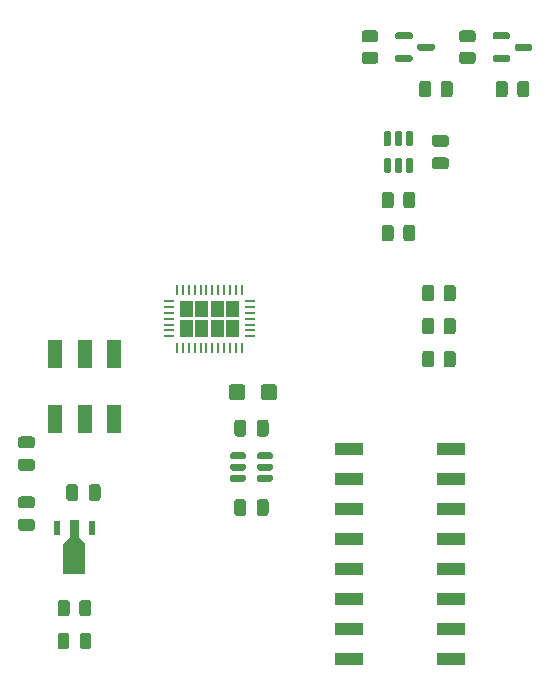
<source format=gtp>
G04 #@! TF.GenerationSoftware,KiCad,Pcbnew,6.0.2+dfsg-1*
G04 #@! TF.CreationDate,2024-05-29T15:52:29-06:00*
G04 #@! TF.ProjectId,ard-ltc2499,6172642d-6c74-4633-9234-39392e6b6963,rev?*
G04 #@! TF.SameCoordinates,Original*
G04 #@! TF.FileFunction,Paste,Top*
G04 #@! TF.FilePolarity,Positive*
%FSLAX46Y46*%
G04 Gerber Fmt 4.6, Leading zero omitted, Abs format (unit mm)*
G04 Created by KiCad (PCBNEW 6.0.2+dfsg-1) date 2024-05-29 15:52:29*
%MOMM*%
%LPD*%
G01*
G04 APERTURE LIST*
%ADD10R,1.193800X2.489200*%
%ADD11R,0.249200X0.804800*%
%ADD12R,0.804800X0.249200*%
%ADD13R,2.440000X1.120000*%
%ADD14R,0.550000X1.300000*%
G04 APERTURE END LIST*
G36*
X145230500Y-93600001D02*
G01*
X144118000Y-93600001D01*
X144118000Y-92175000D01*
X145230500Y-92175000D01*
X145230500Y-93600001D01*
G37*
G36*
X143918000Y-93600001D02*
G01*
X142805500Y-93600001D01*
X142805500Y-92175000D01*
X143918000Y-92175000D01*
X143918000Y-93600001D01*
G37*
G36*
X143918000Y-91975000D02*
G01*
X142805500Y-91975000D01*
X142805500Y-90549999D01*
X143918000Y-90549999D01*
X143918000Y-91975000D01*
G37*
G36*
X146543000Y-93600001D02*
G01*
X145430500Y-93600001D01*
X145430500Y-92175000D01*
X146543000Y-92175000D01*
X146543000Y-93600001D01*
G37*
G36*
X146543000Y-91975000D02*
G01*
X145430500Y-91975000D01*
X145430500Y-90549999D01*
X146543000Y-90549999D01*
X146543000Y-91975000D01*
G37*
G36*
X142605500Y-91975000D02*
G01*
X141493000Y-91975000D01*
X141493000Y-90549999D01*
X142605500Y-90549999D01*
X142605500Y-91975000D01*
G37*
G36*
X145230500Y-91975000D02*
G01*
X144118000Y-91975000D01*
X144118000Y-90549999D01*
X145230500Y-90549999D01*
X145230500Y-91975000D01*
G37*
G36*
X142605500Y-93600001D02*
G01*
X141493000Y-93600001D01*
X141493000Y-92175000D01*
X142605500Y-92175000D01*
X142605500Y-93600001D01*
G37*
D10*
X130977000Y-100545900D03*
X133477000Y-100545900D03*
X135977000Y-100545900D03*
X130977000Y-95034100D03*
X133477000Y-95034100D03*
X135977000Y-95034100D03*
G36*
G01*
X158595000Y-82486500D02*
X158595000Y-81586500D01*
G75*
G02*
X158845000Y-81336500I250000J0D01*
G01*
X159370000Y-81336500D01*
G75*
G02*
X159620000Y-81586500I0J-250000D01*
G01*
X159620000Y-82486500D01*
G75*
G02*
X159370000Y-82736500I-250000J0D01*
G01*
X158845000Y-82736500D01*
G75*
G02*
X158595000Y-82486500I0J250000D01*
G01*
G37*
G36*
G01*
X160420000Y-82486500D02*
X160420000Y-81586500D01*
G75*
G02*
X160670000Y-81336500I250000J0D01*
G01*
X161195000Y-81336500D01*
G75*
G02*
X161445000Y-81586500I0J-250000D01*
G01*
X161445000Y-82486500D01*
G75*
G02*
X161195000Y-82736500I-250000J0D01*
G01*
X160670000Y-82736500D01*
G75*
G02*
X160420000Y-82486500I0J250000D01*
G01*
G37*
G36*
G01*
X166312000Y-70513000D02*
X165412000Y-70513000D01*
G75*
G02*
X165162000Y-70263000I0J250000D01*
G01*
X165162000Y-69738000D01*
G75*
G02*
X165412000Y-69488000I250000J0D01*
G01*
X166312000Y-69488000D01*
G75*
G02*
X166562000Y-69738000I0J-250000D01*
G01*
X166562000Y-70263000D01*
G75*
G02*
X166312000Y-70513000I-250000J0D01*
G01*
G37*
G36*
G01*
X166312000Y-68688000D02*
X165412000Y-68688000D01*
G75*
G02*
X165162000Y-68438000I0J250000D01*
G01*
X165162000Y-67913000D01*
G75*
G02*
X165412000Y-67663000I250000J0D01*
G01*
X166312000Y-67663000D01*
G75*
G02*
X166562000Y-67913000I0J-250000D01*
G01*
X166562000Y-68438000D01*
G75*
G02*
X166312000Y-68688000I-250000J0D01*
G01*
G37*
G36*
G01*
X160820000Y-76172500D02*
X161120000Y-76172500D01*
G75*
G02*
X161270000Y-76322500I0J-150000D01*
G01*
X161270000Y-77347500D01*
G75*
G02*
X161120000Y-77497500I-150000J0D01*
G01*
X160820000Y-77497500D01*
G75*
G02*
X160670000Y-77347500I0J150000D01*
G01*
X160670000Y-76322500D01*
G75*
G02*
X160820000Y-76172500I150000J0D01*
G01*
G37*
G36*
G01*
X159870000Y-76172500D02*
X160170000Y-76172500D01*
G75*
G02*
X160320000Y-76322500I0J-150000D01*
G01*
X160320000Y-77347500D01*
G75*
G02*
X160170000Y-77497500I-150000J0D01*
G01*
X159870000Y-77497500D01*
G75*
G02*
X159720000Y-77347500I0J150000D01*
G01*
X159720000Y-76322500D01*
G75*
G02*
X159870000Y-76172500I150000J0D01*
G01*
G37*
G36*
G01*
X158920000Y-76172500D02*
X159220000Y-76172500D01*
G75*
G02*
X159370000Y-76322500I0J-150000D01*
G01*
X159370000Y-77347500D01*
G75*
G02*
X159220000Y-77497500I-150000J0D01*
G01*
X158920000Y-77497500D01*
G75*
G02*
X158770000Y-77347500I0J150000D01*
G01*
X158770000Y-76322500D01*
G75*
G02*
X158920000Y-76172500I150000J0D01*
G01*
G37*
G36*
G01*
X158920000Y-78447500D02*
X159220000Y-78447500D01*
G75*
G02*
X159370000Y-78597500I0J-150000D01*
G01*
X159370000Y-79622500D01*
G75*
G02*
X159220000Y-79772500I-150000J0D01*
G01*
X158920000Y-79772500D01*
G75*
G02*
X158770000Y-79622500I0J150000D01*
G01*
X158770000Y-78597500D01*
G75*
G02*
X158920000Y-78447500I150000J0D01*
G01*
G37*
G36*
G01*
X159870000Y-78447500D02*
X160170000Y-78447500D01*
G75*
G02*
X160320000Y-78597500I0J-150000D01*
G01*
X160320000Y-79622500D01*
G75*
G02*
X160170000Y-79772500I-150000J0D01*
G01*
X159870000Y-79772500D01*
G75*
G02*
X159720000Y-79622500I0J150000D01*
G01*
X159720000Y-78597500D01*
G75*
G02*
X159870000Y-78447500I150000J0D01*
G01*
G37*
G36*
G01*
X160820000Y-78447500D02*
X161120000Y-78447500D01*
G75*
G02*
X161270000Y-78597500I0J-150000D01*
G01*
X161270000Y-79622500D01*
G75*
G02*
X161120000Y-79772500I-150000J0D01*
G01*
X160820000Y-79772500D01*
G75*
G02*
X160670000Y-79622500I0J150000D01*
G01*
X160670000Y-78597500D01*
G75*
G02*
X160820000Y-78447500I150000J0D01*
G01*
G37*
G36*
G01*
X161770000Y-73094000D02*
X161770000Y-72194000D01*
G75*
G02*
X162020000Y-71944000I250000J0D01*
G01*
X162545000Y-71944000D01*
G75*
G02*
X162795000Y-72194000I0J-250000D01*
G01*
X162795000Y-73094000D01*
G75*
G02*
X162545000Y-73344000I-250000J0D01*
G01*
X162020000Y-73344000D01*
G75*
G02*
X161770000Y-73094000I0J250000D01*
G01*
G37*
G36*
G01*
X163595000Y-73094000D02*
X163595000Y-72194000D01*
G75*
G02*
X163845000Y-71944000I250000J0D01*
G01*
X164370000Y-71944000D01*
G75*
G02*
X164620000Y-72194000I0J-250000D01*
G01*
X164620000Y-73094000D01*
G75*
G02*
X164370000Y-73344000I-250000J0D01*
G01*
X163845000Y-73344000D01*
G75*
G02*
X163595000Y-73094000I0J250000D01*
G01*
G37*
D11*
X146768000Y-89622600D03*
X146268001Y-89622600D03*
X145767999Y-89622600D03*
X145268000Y-89622600D03*
X144768001Y-89622600D03*
X144268000Y-89622600D03*
X143768000Y-89622600D03*
X143267999Y-89622600D03*
X142768000Y-89622600D03*
X142268001Y-89622600D03*
X141767999Y-89622600D03*
X141268000Y-89622600D03*
D12*
X140565599Y-90575000D03*
X140565599Y-91074999D03*
X140565599Y-91575001D03*
X140565599Y-92075000D03*
X140565599Y-92574999D03*
X140565599Y-93075001D03*
X140565599Y-93575000D03*
D11*
X141268000Y-94527400D03*
X141767999Y-94527400D03*
X142268001Y-94527400D03*
X142768000Y-94527400D03*
X143267999Y-94527400D03*
X143768000Y-94527400D03*
X144268000Y-94527400D03*
X144768001Y-94527400D03*
X145268000Y-94527400D03*
X145767999Y-94527400D03*
X146268001Y-94527400D03*
X146768000Y-94527400D03*
D12*
X147470401Y-93575000D03*
X147470401Y-93075001D03*
X147470401Y-92574999D03*
X147470401Y-92075000D03*
X147470401Y-91575001D03*
X147470401Y-91074999D03*
X147470401Y-90575000D03*
G36*
G01*
X146124000Y-108552000D02*
X146124000Y-107602000D01*
G75*
G02*
X146374000Y-107352000I250000J0D01*
G01*
X146874000Y-107352000D01*
G75*
G02*
X147124000Y-107602000I0J-250000D01*
G01*
X147124000Y-108552000D01*
G75*
G02*
X146874000Y-108802000I-250000J0D01*
G01*
X146374000Y-108802000D01*
G75*
G02*
X146124000Y-108552000I0J250000D01*
G01*
G37*
G36*
G01*
X148024000Y-108552000D02*
X148024000Y-107602000D01*
G75*
G02*
X148274000Y-107352000I250000J0D01*
G01*
X148774000Y-107352000D01*
G75*
G02*
X149024000Y-107602000I0J-250000D01*
G01*
X149024000Y-108552000D01*
G75*
G02*
X148774000Y-108802000I-250000J0D01*
G01*
X148274000Y-108802000D01*
G75*
G02*
X148024000Y-108552000I0J250000D01*
G01*
G37*
G36*
G01*
X159742000Y-68288000D02*
X159742000Y-67988000D01*
G75*
G02*
X159892000Y-67838000I150000J0D01*
G01*
X161067000Y-67838000D01*
G75*
G02*
X161217000Y-67988000I0J-150000D01*
G01*
X161217000Y-68288000D01*
G75*
G02*
X161067000Y-68438000I-150000J0D01*
G01*
X159892000Y-68438000D01*
G75*
G02*
X159742000Y-68288000I0J150000D01*
G01*
G37*
G36*
G01*
X159742000Y-70188000D02*
X159742000Y-69888000D01*
G75*
G02*
X159892000Y-69738000I150000J0D01*
G01*
X161067000Y-69738000D01*
G75*
G02*
X161217000Y-69888000I0J-150000D01*
G01*
X161217000Y-70188000D01*
G75*
G02*
X161067000Y-70338000I-150000J0D01*
G01*
X159892000Y-70338000D01*
G75*
G02*
X159742000Y-70188000I0J150000D01*
G01*
G37*
G36*
G01*
X161617000Y-69238000D02*
X161617000Y-68938000D01*
G75*
G02*
X161767000Y-68788000I150000J0D01*
G01*
X162942000Y-68788000D01*
G75*
G02*
X163092000Y-68938000I0J-150000D01*
G01*
X163092000Y-69238000D01*
G75*
G02*
X162942000Y-69388000I-150000J0D01*
G01*
X161767000Y-69388000D01*
G75*
G02*
X161617000Y-69238000I0J150000D01*
G01*
G37*
G36*
G01*
X164051000Y-79422500D02*
X163101000Y-79422500D01*
G75*
G02*
X162851000Y-79172500I0J250000D01*
G01*
X162851000Y-78672500D01*
G75*
G02*
X163101000Y-78422500I250000J0D01*
G01*
X164051000Y-78422500D01*
G75*
G02*
X164301000Y-78672500I0J-250000D01*
G01*
X164301000Y-79172500D01*
G75*
G02*
X164051000Y-79422500I-250000J0D01*
G01*
G37*
G36*
G01*
X164051000Y-77522500D02*
X163101000Y-77522500D01*
G75*
G02*
X162851000Y-77272500I0J250000D01*
G01*
X162851000Y-76772500D01*
G75*
G02*
X163101000Y-76522500I250000J0D01*
G01*
X164051000Y-76522500D01*
G75*
G02*
X164301000Y-76772500I0J-250000D01*
G01*
X164301000Y-77272500D01*
G75*
G02*
X164051000Y-77522500I-250000J0D01*
G01*
G37*
G36*
G01*
X158595000Y-85280500D02*
X158595000Y-84380500D01*
G75*
G02*
X158845000Y-84130500I250000J0D01*
G01*
X159370000Y-84130500D01*
G75*
G02*
X159620000Y-84380500I0J-250000D01*
G01*
X159620000Y-85280500D01*
G75*
G02*
X159370000Y-85530500I-250000J0D01*
G01*
X158845000Y-85530500D01*
G75*
G02*
X158595000Y-85280500I0J250000D01*
G01*
G37*
G36*
G01*
X160420000Y-85280500D02*
X160420000Y-84380500D01*
G75*
G02*
X160670000Y-84130500I250000J0D01*
G01*
X161195000Y-84130500D01*
G75*
G02*
X161445000Y-84380500I0J-250000D01*
G01*
X161445000Y-85280500D01*
G75*
G02*
X161195000Y-85530500I-250000J0D01*
G01*
X160670000Y-85530500D01*
G75*
G02*
X160420000Y-85280500I0J250000D01*
G01*
G37*
G36*
G01*
X158057000Y-70513000D02*
X157157000Y-70513000D01*
G75*
G02*
X156907000Y-70263000I0J250000D01*
G01*
X156907000Y-69738000D01*
G75*
G02*
X157157000Y-69488000I250000J0D01*
G01*
X158057000Y-69488000D01*
G75*
G02*
X158307000Y-69738000I0J-250000D01*
G01*
X158307000Y-70263000D01*
G75*
G02*
X158057000Y-70513000I-250000J0D01*
G01*
G37*
G36*
G01*
X158057000Y-68688000D02*
X157157000Y-68688000D01*
G75*
G02*
X156907000Y-68438000I0J250000D01*
G01*
X156907000Y-67913000D01*
G75*
G02*
X157157000Y-67663000I250000J0D01*
G01*
X158057000Y-67663000D01*
G75*
G02*
X158307000Y-67913000I0J-250000D01*
G01*
X158307000Y-68438000D01*
G75*
G02*
X158057000Y-68688000I-250000J0D01*
G01*
G37*
G36*
G01*
X128999000Y-110035000D02*
X128049000Y-110035000D01*
G75*
G02*
X127799000Y-109785000I0J250000D01*
G01*
X127799000Y-109285000D01*
G75*
G02*
X128049000Y-109035000I250000J0D01*
G01*
X128999000Y-109035000D01*
G75*
G02*
X129249000Y-109285000I0J-250000D01*
G01*
X129249000Y-109785000D01*
G75*
G02*
X128999000Y-110035000I-250000J0D01*
G01*
G37*
G36*
G01*
X128999000Y-108135000D02*
X128049000Y-108135000D01*
G75*
G02*
X127799000Y-107885000I0J250000D01*
G01*
X127799000Y-107385000D01*
G75*
G02*
X128049000Y-107135000I250000J0D01*
G01*
X128999000Y-107135000D01*
G75*
G02*
X129249000Y-107385000I0J-250000D01*
G01*
X129249000Y-107885000D01*
G75*
G02*
X128999000Y-108135000I-250000J0D01*
G01*
G37*
D13*
X155842000Y-103124000D03*
X155842000Y-105664000D03*
X155842000Y-108204000D03*
X155842000Y-110744000D03*
X155842000Y-113284000D03*
X155842000Y-115824000D03*
X155842000Y-118364000D03*
X155842000Y-120904000D03*
X164452000Y-120904000D03*
X164452000Y-118364000D03*
X164452000Y-115824000D03*
X164452000Y-113284000D03*
X164452000Y-110744000D03*
X164452000Y-108204000D03*
X164452000Y-105664000D03*
X164452000Y-103124000D03*
D14*
X134088000Y-109767500D03*
G36*
X131663000Y-113717500D02*
G01*
X131663000Y-111117500D01*
X132188000Y-110592500D01*
X132188000Y-109117500D01*
X132988000Y-109117500D01*
X132988000Y-110592500D01*
X133513000Y-111117500D01*
X133513000Y-113717500D01*
X131663000Y-113717500D01*
G37*
X131088000Y-109767500D03*
G36*
G01*
X162024000Y-90366000D02*
X162024000Y-89466000D01*
G75*
G02*
X162274000Y-89216000I250000J0D01*
G01*
X162799000Y-89216000D01*
G75*
G02*
X163049000Y-89466000I0J-250000D01*
G01*
X163049000Y-90366000D01*
G75*
G02*
X162799000Y-90616000I-250000J0D01*
G01*
X162274000Y-90616000D01*
G75*
G02*
X162024000Y-90366000I0J250000D01*
G01*
G37*
G36*
G01*
X163849000Y-90366000D02*
X163849000Y-89466000D01*
G75*
G02*
X164099000Y-89216000I250000J0D01*
G01*
X164624000Y-89216000D01*
G75*
G02*
X164874000Y-89466000I0J-250000D01*
G01*
X164874000Y-90366000D01*
G75*
G02*
X164624000Y-90616000I-250000J0D01*
G01*
X164099000Y-90616000D01*
G75*
G02*
X163849000Y-90366000I0J250000D01*
G01*
G37*
G36*
G01*
X134013000Y-118923750D02*
X134013000Y-119836250D01*
G75*
G02*
X133769250Y-120080000I-243750J0D01*
G01*
X133281750Y-120080000D01*
G75*
G02*
X133038000Y-119836250I0J243750D01*
G01*
X133038000Y-118923750D01*
G75*
G02*
X133281750Y-118680000I243750J0D01*
G01*
X133769250Y-118680000D01*
G75*
G02*
X134013000Y-118923750I0J-243750D01*
G01*
G37*
G36*
G01*
X132138000Y-118923750D02*
X132138000Y-119836250D01*
G75*
G02*
X131894250Y-120080000I-243750J0D01*
G01*
X131406750Y-120080000D01*
G75*
G02*
X131163000Y-119836250I0J243750D01*
G01*
X131163000Y-118923750D01*
G75*
G02*
X131406750Y-118680000I243750J0D01*
G01*
X131894250Y-118680000D01*
G75*
G02*
X132138000Y-118923750I0J-243750D01*
G01*
G37*
G36*
G01*
X149374000Y-105448000D02*
X149374000Y-105748000D01*
G75*
G02*
X149224000Y-105898000I-150000J0D01*
G01*
X148199000Y-105898000D01*
G75*
G02*
X148049000Y-105748000I0J150000D01*
G01*
X148049000Y-105448000D01*
G75*
G02*
X148199000Y-105298000I150000J0D01*
G01*
X149224000Y-105298000D01*
G75*
G02*
X149374000Y-105448000I0J-150000D01*
G01*
G37*
G36*
G01*
X149374000Y-104498000D02*
X149374000Y-104798000D01*
G75*
G02*
X149224000Y-104948000I-150000J0D01*
G01*
X148199000Y-104948000D01*
G75*
G02*
X148049000Y-104798000I0J150000D01*
G01*
X148049000Y-104498000D01*
G75*
G02*
X148199000Y-104348000I150000J0D01*
G01*
X149224000Y-104348000D01*
G75*
G02*
X149374000Y-104498000I0J-150000D01*
G01*
G37*
G36*
G01*
X149374000Y-103548000D02*
X149374000Y-103848000D01*
G75*
G02*
X149224000Y-103998000I-150000J0D01*
G01*
X148199000Y-103998000D01*
G75*
G02*
X148049000Y-103848000I0J150000D01*
G01*
X148049000Y-103548000D01*
G75*
G02*
X148199000Y-103398000I150000J0D01*
G01*
X149224000Y-103398000D01*
G75*
G02*
X149374000Y-103548000I0J-150000D01*
G01*
G37*
G36*
G01*
X147099000Y-103548000D02*
X147099000Y-103848000D01*
G75*
G02*
X146949000Y-103998000I-150000J0D01*
G01*
X145924000Y-103998000D01*
G75*
G02*
X145774000Y-103848000I0J150000D01*
G01*
X145774000Y-103548000D01*
G75*
G02*
X145924000Y-103398000I150000J0D01*
G01*
X146949000Y-103398000D01*
G75*
G02*
X147099000Y-103548000I0J-150000D01*
G01*
G37*
G36*
G01*
X147099000Y-104498000D02*
X147099000Y-104798000D01*
G75*
G02*
X146949000Y-104948000I-150000J0D01*
G01*
X145924000Y-104948000D01*
G75*
G02*
X145774000Y-104798000I0J150000D01*
G01*
X145774000Y-104498000D01*
G75*
G02*
X145924000Y-104348000I150000J0D01*
G01*
X146949000Y-104348000D01*
G75*
G02*
X147099000Y-104498000I0J-150000D01*
G01*
G37*
G36*
G01*
X147099000Y-105448000D02*
X147099000Y-105748000D01*
G75*
G02*
X146949000Y-105898000I-150000J0D01*
G01*
X145924000Y-105898000D01*
G75*
G02*
X145774000Y-105748000I0J150000D01*
G01*
X145774000Y-105448000D01*
G75*
G02*
X145924000Y-105298000I150000J0D01*
G01*
X146949000Y-105298000D01*
G75*
G02*
X147099000Y-105448000I0J-150000D01*
G01*
G37*
G36*
G01*
X131163000Y-117036000D02*
X131163000Y-116136000D01*
G75*
G02*
X131413000Y-115886000I250000J0D01*
G01*
X131938000Y-115886000D01*
G75*
G02*
X132188000Y-116136000I0J-250000D01*
G01*
X132188000Y-117036000D01*
G75*
G02*
X131938000Y-117286000I-250000J0D01*
G01*
X131413000Y-117286000D01*
G75*
G02*
X131163000Y-117036000I0J250000D01*
G01*
G37*
G36*
G01*
X132988000Y-117036000D02*
X132988000Y-116136000D01*
G75*
G02*
X133238000Y-115886000I250000J0D01*
G01*
X133763000Y-115886000D01*
G75*
G02*
X134013000Y-116136000I0J-250000D01*
G01*
X134013000Y-117036000D01*
G75*
G02*
X133763000Y-117286000I-250000J0D01*
G01*
X133238000Y-117286000D01*
G75*
G02*
X132988000Y-117036000I0J250000D01*
G01*
G37*
G36*
G01*
X162024000Y-95954000D02*
X162024000Y-95054000D01*
G75*
G02*
X162274000Y-94804000I250000J0D01*
G01*
X162799000Y-94804000D01*
G75*
G02*
X163049000Y-95054000I0J-250000D01*
G01*
X163049000Y-95954000D01*
G75*
G02*
X162799000Y-96204000I-250000J0D01*
G01*
X162274000Y-96204000D01*
G75*
G02*
X162024000Y-95954000I0J250000D01*
G01*
G37*
G36*
G01*
X163849000Y-95954000D02*
X163849000Y-95054000D01*
G75*
G02*
X164099000Y-94804000I250000J0D01*
G01*
X164624000Y-94804000D01*
G75*
G02*
X164874000Y-95054000I0J-250000D01*
G01*
X164874000Y-95954000D01*
G75*
G02*
X164624000Y-96204000I-250000J0D01*
G01*
X164099000Y-96204000D01*
G75*
G02*
X163849000Y-95954000I0J250000D01*
G01*
G37*
G36*
G01*
X167997000Y-68288000D02*
X167997000Y-67988000D01*
G75*
G02*
X168147000Y-67838000I150000J0D01*
G01*
X169322000Y-67838000D01*
G75*
G02*
X169472000Y-67988000I0J-150000D01*
G01*
X169472000Y-68288000D01*
G75*
G02*
X169322000Y-68438000I-150000J0D01*
G01*
X168147000Y-68438000D01*
G75*
G02*
X167997000Y-68288000I0J150000D01*
G01*
G37*
G36*
G01*
X167997000Y-70188000D02*
X167997000Y-69888000D01*
G75*
G02*
X168147000Y-69738000I150000J0D01*
G01*
X169322000Y-69738000D01*
G75*
G02*
X169472000Y-69888000I0J-150000D01*
G01*
X169472000Y-70188000D01*
G75*
G02*
X169322000Y-70338000I-150000J0D01*
G01*
X168147000Y-70338000D01*
G75*
G02*
X167997000Y-70188000I0J150000D01*
G01*
G37*
G36*
G01*
X169872000Y-69238000D02*
X169872000Y-68938000D01*
G75*
G02*
X170022000Y-68788000I150000J0D01*
G01*
X171197000Y-68788000D01*
G75*
G02*
X171347000Y-68938000I0J-150000D01*
G01*
X171347000Y-69238000D01*
G75*
G02*
X171197000Y-69388000I-150000J0D01*
G01*
X170022000Y-69388000D01*
G75*
G02*
X169872000Y-69238000I0J150000D01*
G01*
G37*
G36*
G01*
X145651000Y-98723000D02*
X145651000Y-97873000D01*
G75*
G02*
X145901000Y-97623000I250000J0D01*
G01*
X146801000Y-97623000D01*
G75*
G02*
X147051000Y-97873000I0J-250000D01*
G01*
X147051000Y-98723000D01*
G75*
G02*
X146801000Y-98973000I-250000J0D01*
G01*
X145901000Y-98973000D01*
G75*
G02*
X145651000Y-98723000I0J250000D01*
G01*
G37*
G36*
G01*
X148351000Y-98723000D02*
X148351000Y-97873000D01*
G75*
G02*
X148601000Y-97623000I250000J0D01*
G01*
X149501000Y-97623000D01*
G75*
G02*
X149751000Y-97873000I0J-250000D01*
G01*
X149751000Y-98723000D01*
G75*
G02*
X149501000Y-98973000I-250000J0D01*
G01*
X148601000Y-98973000D01*
G75*
G02*
X148351000Y-98723000I0J250000D01*
G01*
G37*
G36*
G01*
X171097000Y-72194000D02*
X171097000Y-73094000D01*
G75*
G02*
X170847000Y-73344000I-250000J0D01*
G01*
X170322000Y-73344000D01*
G75*
G02*
X170072000Y-73094000I0J250000D01*
G01*
X170072000Y-72194000D01*
G75*
G02*
X170322000Y-71944000I250000J0D01*
G01*
X170847000Y-71944000D01*
G75*
G02*
X171097000Y-72194000I0J-250000D01*
G01*
G37*
G36*
G01*
X169272000Y-72194000D02*
X169272000Y-73094000D01*
G75*
G02*
X169022000Y-73344000I-250000J0D01*
G01*
X168497000Y-73344000D01*
G75*
G02*
X168247000Y-73094000I0J250000D01*
G01*
X168247000Y-72194000D01*
G75*
G02*
X168497000Y-71944000I250000J0D01*
G01*
X169022000Y-71944000D01*
G75*
G02*
X169272000Y-72194000I0J-250000D01*
G01*
G37*
G36*
G01*
X128049000Y-102055000D02*
X128999000Y-102055000D01*
G75*
G02*
X129249000Y-102305000I0J-250000D01*
G01*
X129249000Y-102805000D01*
G75*
G02*
X128999000Y-103055000I-250000J0D01*
G01*
X128049000Y-103055000D01*
G75*
G02*
X127799000Y-102805000I0J250000D01*
G01*
X127799000Y-102305000D01*
G75*
G02*
X128049000Y-102055000I250000J0D01*
G01*
G37*
G36*
G01*
X128049000Y-103955000D02*
X128999000Y-103955000D01*
G75*
G02*
X129249000Y-104205000I0J-250000D01*
G01*
X129249000Y-104705000D01*
G75*
G02*
X128999000Y-104955000I-250000J0D01*
G01*
X128049000Y-104955000D01*
G75*
G02*
X127799000Y-104705000I0J250000D01*
G01*
X127799000Y-104205000D01*
G75*
G02*
X128049000Y-103955000I250000J0D01*
G01*
G37*
G36*
G01*
X146124000Y-101821000D02*
X146124000Y-100871000D01*
G75*
G02*
X146374000Y-100621000I250000J0D01*
G01*
X146874000Y-100621000D01*
G75*
G02*
X147124000Y-100871000I0J-250000D01*
G01*
X147124000Y-101821000D01*
G75*
G02*
X146874000Y-102071000I-250000J0D01*
G01*
X146374000Y-102071000D01*
G75*
G02*
X146124000Y-101821000I0J250000D01*
G01*
G37*
G36*
G01*
X148024000Y-101821000D02*
X148024000Y-100871000D01*
G75*
G02*
X148274000Y-100621000I250000J0D01*
G01*
X148774000Y-100621000D01*
G75*
G02*
X149024000Y-100871000I0J-250000D01*
G01*
X149024000Y-101821000D01*
G75*
G02*
X148774000Y-102071000I-250000J0D01*
G01*
X148274000Y-102071000D01*
G75*
G02*
X148024000Y-101821000I0J250000D01*
G01*
G37*
G36*
G01*
X134800000Y-106332000D02*
X134800000Y-107282000D01*
G75*
G02*
X134550000Y-107532000I-250000J0D01*
G01*
X134050000Y-107532000D01*
G75*
G02*
X133800000Y-107282000I0J250000D01*
G01*
X133800000Y-106332000D01*
G75*
G02*
X134050000Y-106082000I250000J0D01*
G01*
X134550000Y-106082000D01*
G75*
G02*
X134800000Y-106332000I0J-250000D01*
G01*
G37*
G36*
G01*
X132900000Y-106332000D02*
X132900000Y-107282000D01*
G75*
G02*
X132650000Y-107532000I-250000J0D01*
G01*
X132150000Y-107532000D01*
G75*
G02*
X131900000Y-107282000I0J250000D01*
G01*
X131900000Y-106332000D01*
G75*
G02*
X132150000Y-106082000I250000J0D01*
G01*
X132650000Y-106082000D01*
G75*
G02*
X132900000Y-106332000I0J-250000D01*
G01*
G37*
G36*
G01*
X162024000Y-93160000D02*
X162024000Y-92260000D01*
G75*
G02*
X162274000Y-92010000I250000J0D01*
G01*
X162799000Y-92010000D01*
G75*
G02*
X163049000Y-92260000I0J-250000D01*
G01*
X163049000Y-93160000D01*
G75*
G02*
X162799000Y-93410000I-250000J0D01*
G01*
X162274000Y-93410000D01*
G75*
G02*
X162024000Y-93160000I0J250000D01*
G01*
G37*
G36*
G01*
X163849000Y-93160000D02*
X163849000Y-92260000D01*
G75*
G02*
X164099000Y-92010000I250000J0D01*
G01*
X164624000Y-92010000D01*
G75*
G02*
X164874000Y-92260000I0J-250000D01*
G01*
X164874000Y-93160000D01*
G75*
G02*
X164624000Y-93410000I-250000J0D01*
G01*
X164099000Y-93410000D01*
G75*
G02*
X163849000Y-93160000I0J250000D01*
G01*
G37*
M02*

</source>
